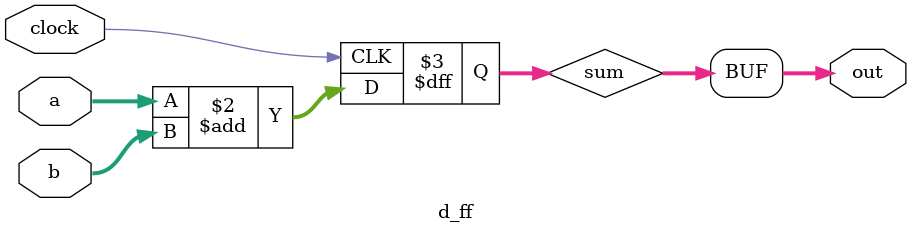
<source format=v>
module d_ff(
    input clock,
    input [31:0] a,
    input [31:0] b,
    output reg [31:0] out
);
    reg [31:0] sum;

    assign out = sum;
    always @(posedge clock) begin
        sum <= a + b;
    end
endmodule

</source>
